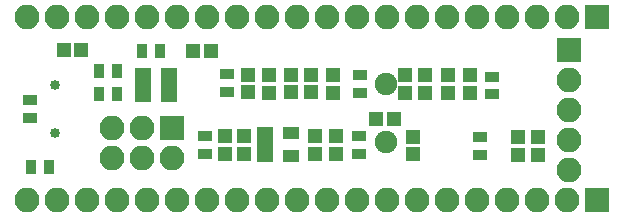
<source format=gbs>
%TF.GenerationSoftware,KiCad,Pcbnew,4.0.7*%
%TF.CreationDate,2017-11-29T18:04:40+08:00*%
%TF.ProjectId,STM32F401CCT6,53544D333246343031434354362E6B69,rev?*%
%TF.FileFunction,Soldermask,Bot*%
%FSLAX46Y46*%
G04 Gerber Fmt 4.6, Leading zero omitted, Abs format (unit mm)*
G04 Created by KiCad (PCBNEW 4.0.7) date 11/29/17 18:04:40*
%MOMM*%
%LPD*%
G01*
G04 APERTURE LIST*
%ADD10C,0.100000*%
%ADD11C,1.900000*%
%ADD12C,0.850000*%
%ADD13R,2.100000X2.100000*%
%ADD14O,2.100000X2.100000*%
%ADD15R,0.900000X1.300000*%
%ADD16R,1.200000X1.150000*%
%ADD17R,1.150000X1.200000*%
%ADD18R,1.300000X0.900000*%
%ADD19R,1.460000X1.050000*%
G04 APERTURE END LIST*
D10*
D11*
X32222000Y-14222000D03*
X32222000Y-9342000D03*
D12*
X4272000Y-9447000D03*
X4272000Y-13447000D03*
D13*
X47772000Y-6482000D03*
D14*
X47772000Y-9022000D03*
X47772000Y-11562000D03*
X47772000Y-14102000D03*
X47772000Y-16642000D03*
D15*
X2242000Y-16362000D03*
X3742000Y-16362000D03*
D16*
X31402000Y-12262000D03*
X32902000Y-12262000D03*
D17*
X34542000Y-13792000D03*
X34542000Y-15292000D03*
X45102000Y-15342000D03*
X45102000Y-13842000D03*
D16*
X6482000Y-6472000D03*
X4982000Y-6472000D03*
X15962000Y-6532000D03*
X17462000Y-6532000D03*
D18*
X16912000Y-13752000D03*
X16912000Y-15252000D03*
D17*
X18592000Y-15242000D03*
X18592000Y-13742000D03*
X20232000Y-13752000D03*
X20232000Y-15252000D03*
D19*
X22002000Y-15382000D03*
X22002000Y-14432000D03*
X22002000Y-13482000D03*
X24202000Y-13482000D03*
X24202000Y-15382000D03*
D17*
X26282000Y-13722000D03*
X26282000Y-15222000D03*
X28022000Y-13732000D03*
X28022000Y-15232000D03*
D18*
X30012000Y-13752000D03*
X30012000Y-15252000D03*
X40192000Y-13812000D03*
X40192000Y-15312000D03*
D17*
X43452000Y-15322000D03*
X43452000Y-13822000D03*
D18*
X41240000Y-8700000D03*
X41240000Y-10200000D03*
D17*
X37502000Y-10072000D03*
X37502000Y-8572000D03*
X35602000Y-8552000D03*
X35602000Y-10052000D03*
X33872000Y-8552000D03*
X33872000Y-10052000D03*
D18*
X30082000Y-10092000D03*
X30082000Y-8592000D03*
D17*
X27772000Y-10052000D03*
X27772000Y-8552000D03*
X20592000Y-10042000D03*
X20592000Y-8542000D03*
X25892000Y-10042000D03*
X25892000Y-8542000D03*
X22322000Y-10062000D03*
X22322000Y-8562000D03*
X24202000Y-10032000D03*
X24202000Y-8532000D03*
D18*
X18772000Y-8522000D03*
X18772000Y-10022000D03*
D15*
X13120000Y-6510000D03*
X11620000Y-6510000D03*
D19*
X13882000Y-8462000D03*
X13882000Y-9412000D03*
X13882000Y-10362000D03*
X11682000Y-10362000D03*
X11682000Y-8462000D03*
X11682000Y-9412000D03*
D15*
X9452000Y-10152000D03*
X7952000Y-10152000D03*
X9452000Y-8242000D03*
X7952000Y-8242000D03*
D18*
X2162000Y-10692000D03*
X2162000Y-12192000D03*
D13*
X50152000Y-19182000D03*
D14*
X47612000Y-19182000D03*
X45072000Y-19182000D03*
X42532000Y-19182000D03*
X39992000Y-19182000D03*
X37452000Y-19182000D03*
X34912000Y-19182000D03*
X32372000Y-19182000D03*
X29832000Y-19182000D03*
X27292000Y-19182000D03*
X24752000Y-19182000D03*
X22212000Y-19182000D03*
X19672000Y-19182000D03*
X17132000Y-19182000D03*
X14592000Y-19182000D03*
X12052000Y-19182000D03*
X9512000Y-19182000D03*
X6972000Y-19182000D03*
X4432000Y-19182000D03*
X1892000Y-19182000D03*
D13*
X50152000Y-3682000D03*
D14*
X47612000Y-3682000D03*
X45072000Y-3682000D03*
X42532000Y-3682000D03*
X39992000Y-3682000D03*
X37452000Y-3682000D03*
X34912000Y-3682000D03*
X32372000Y-3682000D03*
X29832000Y-3682000D03*
X27292000Y-3682000D03*
X24752000Y-3682000D03*
X22212000Y-3682000D03*
X19672000Y-3682000D03*
X17132000Y-3682000D03*
X14592000Y-3682000D03*
X12052000Y-3682000D03*
X9512000Y-3682000D03*
X6972000Y-3682000D03*
X4432000Y-3682000D03*
X1892000Y-3682000D03*
D13*
X14110000Y-13080000D03*
D14*
X14110000Y-15620000D03*
X11570000Y-13080000D03*
X11570000Y-15620000D03*
X9030000Y-13080000D03*
X9030000Y-15620000D03*
D17*
X39362000Y-10072000D03*
X39362000Y-8572000D03*
M02*

</source>
